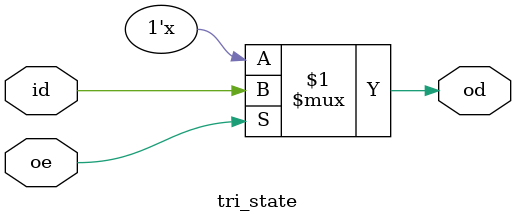
<source format=sv>
/*
  3ステートバッファ
  oe: Output Enable
     0: open
     1: enable
*/
module tri_state (
  input   wire                oe,
  input   wire                id,
  output  wire                od
);

  assign                      od                  =   oe ? id : 1'bz;   

endmodule
</source>
